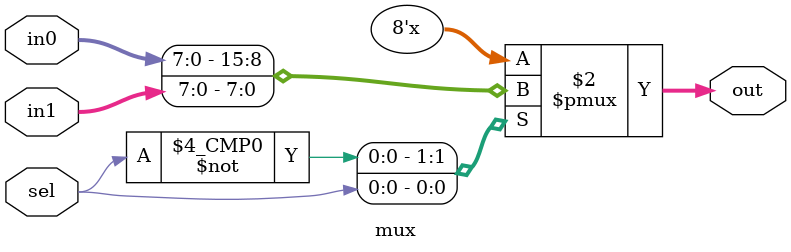
<source format=v>
module mux(
    input [7:0] in0,
    input [7:0] in1,
    input sel,
    output reg [7:0] out
);
    always @( in0 or in1 or sel )
    begin
        case(sel)
            1'b0: out = in0;
            1'b1: out = in1;
            default: out = 8'bxxxxxxxx;
        endcase
    end
endmodule
</source>
